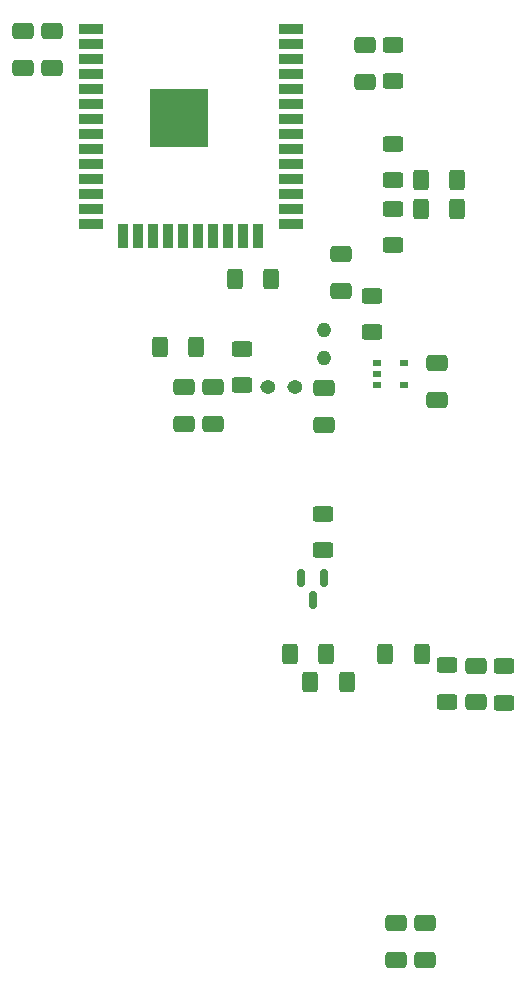
<source format=gbr>
%TF.GenerationSoftware,KiCad,Pcbnew,6.0.0-d3dd2cf0fa~116~ubuntu20.04.1*%
%TF.CreationDate,2022-02-22T07:52:51+01:00*%
%TF.ProjectId,ESP32_BAT,45535033-325f-4424-9154-2e6b69636164,rev?*%
%TF.SameCoordinates,Original*%
%TF.FileFunction,Paste,Top*%
%TF.FilePolarity,Positive*%
%FSLAX46Y46*%
G04 Gerber Fmt 4.6, Leading zero omitted, Abs format (unit mm)*
G04 Created by KiCad (PCBNEW 6.0.0-d3dd2cf0fa~116~ubuntu20.04.1) date 2022-02-22 07:52:51*
%MOMM*%
%LPD*%
G01*
G04 APERTURE LIST*
G04 Aperture macros list*
%AMRoundRect*
0 Rectangle with rounded corners*
0 $1 Rounding radius*
0 $2 $3 $4 $5 $6 $7 $8 $9 X,Y pos of 4 corners*
0 Add a 4 corners polygon primitive as box body*
4,1,4,$2,$3,$4,$5,$6,$7,$8,$9,$2,$3,0*
0 Add four circle primitives for the rounded corners*
1,1,$1+$1,$2,$3*
1,1,$1+$1,$4,$5*
1,1,$1+$1,$6,$7*
1,1,$1+$1,$8,$9*
0 Add four rect primitives between the rounded corners*
20,1,$1+$1,$2,$3,$4,$5,0*
20,1,$1+$1,$4,$5,$6,$7,0*
20,1,$1+$1,$6,$7,$8,$9,0*
20,1,$1+$1,$8,$9,$2,$3,0*%
G04 Aperture macros list end*
%ADD10RoundRect,0.250000X-0.400000X-0.625000X0.400000X-0.625000X0.400000X0.625000X-0.400000X0.625000X0*%
%ADD11R,5.000000X5.000000*%
%ADD12R,2.000000X0.900000*%
%ADD13R,0.900000X2.000000*%
%ADD14RoundRect,0.250000X-0.650000X0.412500X-0.650000X-0.412500X0.650000X-0.412500X0.650000X0.412500X0*%
%ADD15RoundRect,0.250000X0.625000X-0.400000X0.625000X0.400000X-0.625000X0.400000X-0.625000X-0.400000X0*%
%ADD16RoundRect,0.250000X0.400000X0.625000X-0.400000X0.625000X-0.400000X-0.625000X0.400000X-0.625000X0*%
%ADD17RoundRect,0.250000X0.650000X-0.412500X0.650000X0.412500X-0.650000X0.412500X-0.650000X-0.412500X0*%
%ADD18RoundRect,0.250000X-0.625000X0.400000X-0.625000X-0.400000X0.625000X-0.400000X0.625000X0.400000X0*%
%ADD19O,1.200000X1.300000*%
%ADD20O,1.300000X1.200000*%
%ADD21RoundRect,0.150000X-0.150000X0.587500X-0.150000X-0.587500X0.150000X-0.587500X0.150000X0.587500X0*%
%ADD22R,0.700000X0.510000*%
G04 APERTURE END LIST*
D10*
%TO.C,R13*%
X63400000Y-61500000D03*
X66500000Y-61500000D03*
%TD*%
D11*
%TO.C,U1*%
X58700000Y-47895000D03*
D12*
X51200000Y-40395000D03*
X51200000Y-41665000D03*
X51200000Y-42935000D03*
X51200000Y-44205000D03*
X51200000Y-45475000D03*
X51200000Y-46745000D03*
X51200000Y-48015000D03*
X51200000Y-49285000D03*
X51200000Y-50555000D03*
X51200000Y-51825000D03*
X51200000Y-53095000D03*
X51200000Y-54365000D03*
X51200000Y-55635000D03*
X51200000Y-56905000D03*
D13*
X53985000Y-57905000D03*
X55255000Y-57905000D03*
X56525000Y-57905000D03*
X57795000Y-57905000D03*
X59065000Y-57905000D03*
X60335000Y-57905000D03*
X61605000Y-57905000D03*
X62875000Y-57905000D03*
X64145000Y-57905000D03*
X65415000Y-57905000D03*
D12*
X68200000Y-56905000D03*
X68200000Y-55635000D03*
X68200000Y-54365000D03*
X68200000Y-53095000D03*
X68200000Y-51825000D03*
X68200000Y-50555000D03*
X68200000Y-49285000D03*
X68200000Y-48015000D03*
X68200000Y-46745000D03*
X68200000Y-45475000D03*
X68200000Y-44205000D03*
X68200000Y-42935000D03*
X68200000Y-41665000D03*
X68200000Y-40395000D03*
%TD*%
D14*
%TO.C,C11*%
X83800000Y-94267500D03*
X83800000Y-97392500D03*
%TD*%
D15*
%TO.C,R7*%
X76800000Y-44820000D03*
X76800000Y-41720000D03*
%TD*%
D16*
%TO.C,R10*%
X60150000Y-67300000D03*
X57050000Y-67300000D03*
%TD*%
%TO.C,R2*%
X71170000Y-93300000D03*
X68070000Y-93300000D03*
%TD*%
D10*
%TO.C,R5*%
X76170000Y-93300000D03*
X79270000Y-93300000D03*
%TD*%
D14*
%TO.C,C5*%
X59100000Y-70675000D03*
X59100000Y-73800000D03*
%TD*%
D17*
%TO.C,C4*%
X72400000Y-62562500D03*
X72400000Y-59437500D03*
%TD*%
%TO.C,C1*%
X74400000Y-44862500D03*
X74400000Y-41737500D03*
%TD*%
D14*
%TO.C,C3*%
X45500000Y-40537500D03*
X45500000Y-43662500D03*
%TD*%
D18*
%TO.C,R8*%
X75000000Y-62950000D03*
X75000000Y-66050000D03*
%TD*%
D14*
%TO.C,C8*%
X80500000Y-68675000D03*
X80500000Y-71800000D03*
%TD*%
%TO.C,C6*%
X61600000Y-70700000D03*
X61600000Y-73825000D03*
%TD*%
D19*
%TO.C,D2*%
X71000000Y-68200000D03*
X71000000Y-65900000D03*
%TD*%
D18*
%TO.C,R9*%
X64000000Y-67450000D03*
X64000000Y-70550000D03*
%TD*%
%TO.C,R6*%
X76800000Y-50100000D03*
X76800000Y-53200000D03*
%TD*%
D15*
%TO.C,R3*%
X76800000Y-58700000D03*
X76800000Y-55600000D03*
%TD*%
D20*
%TO.C,D1*%
X68500000Y-70700000D03*
X66200000Y-70700000D03*
%TD*%
D21*
%TO.C,Q1*%
X70950000Y-86862500D03*
X69050000Y-86862500D03*
X70000000Y-88737500D03*
%TD*%
D16*
%TO.C,R4*%
X82250000Y-53200000D03*
X79150000Y-53200000D03*
%TD*%
D17*
%TO.C,C9*%
X79500000Y-119162500D03*
X79500000Y-116037500D03*
%TD*%
D22*
%TO.C,U2*%
X75440000Y-68650000D03*
X75440000Y-69600000D03*
X75440000Y-70550000D03*
X77760000Y-70550000D03*
X77760000Y-68650000D03*
%TD*%
D17*
%TO.C,C10*%
X77100000Y-119162500D03*
X77100000Y-116037500D03*
%TD*%
D15*
%TO.C,R11*%
X70900000Y-84500000D03*
X70900000Y-81400000D03*
%TD*%
D14*
%TO.C,C2*%
X47900000Y-40537500D03*
X47900000Y-43662500D03*
%TD*%
D18*
%TO.C,R14*%
X81400000Y-94250000D03*
X81400000Y-97350000D03*
%TD*%
D14*
%TO.C,C7*%
X71000000Y-70737500D03*
X71000000Y-73862500D03*
%TD*%
D16*
%TO.C,R1*%
X82250000Y-55600000D03*
X79150000Y-55600000D03*
%TD*%
D15*
%TO.C,R15*%
X86200000Y-97400000D03*
X86200000Y-94300000D03*
%TD*%
D16*
%TO.C,R12*%
X72920000Y-95700000D03*
X69820000Y-95700000D03*
%TD*%
M02*

</source>
